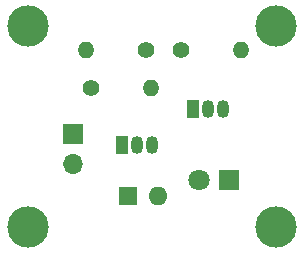
<source format=gbr>
%TF.GenerationSoftware,KiCad,Pcbnew,(5.1.12)-1*%
%TF.CreationDate,2023-08-17T10:50:11+05:30*%
%TF.ProjectId,low battery inductor,6c6f7720-6261-4747-9465-727920696e64,rev?*%
%TF.SameCoordinates,Original*%
%TF.FileFunction,Copper,L1,Top*%
%TF.FilePolarity,Positive*%
%FSLAX46Y46*%
G04 Gerber Fmt 4.6, Leading zero omitted, Abs format (unit mm)*
G04 Created by KiCad (PCBNEW (5.1.12)-1) date 2023-08-17 10:50:11*
%MOMM*%
%LPD*%
G01*
G04 APERTURE LIST*
%TA.AperFunction,ComponentPad*%
%ADD10O,1.700000X1.700000*%
%TD*%
%TA.AperFunction,ComponentPad*%
%ADD11R,1.700000X1.700000*%
%TD*%
%TA.AperFunction,ComponentPad*%
%ADD12O,1.400000X1.400000*%
%TD*%
%TA.AperFunction,ComponentPad*%
%ADD13C,1.400000*%
%TD*%
%TA.AperFunction,ComponentPad*%
%ADD14R,1.050000X1.500000*%
%TD*%
%TA.AperFunction,ComponentPad*%
%ADD15O,1.050000X1.500000*%
%TD*%
%TA.AperFunction,ComponentPad*%
%ADD16C,1.800000*%
%TD*%
%TA.AperFunction,ComponentPad*%
%ADD17R,1.800000X1.800000*%
%TD*%
%TA.AperFunction,ComponentPad*%
%ADD18O,1.600000X1.600000*%
%TD*%
%TA.AperFunction,ComponentPad*%
%ADD19R,1.600000X1.600000*%
%TD*%
%TA.AperFunction,ViaPad*%
%ADD20C,3.500000*%
%TD*%
G04 APERTURE END LIST*
D10*
%TO.P,v1-12v1,2*%
%TO.N,Earth*%
X144825001Y-81665001D03*
D11*
%TO.P,v1-12v1,1*%
%TO.N,Net-(R1-Pad1)*%
X144825001Y-79125001D03*
%TD*%
D12*
%TO.P,R3,2*%
%TO.N,Net-(D2-Pad2)*%
X159080000Y-72000000D03*
D13*
%TO.P,R3,1*%
%TO.N,Net-(R1-Pad1)*%
X154000000Y-72000000D03*
%TD*%
D12*
%TO.P,R2,2*%
%TO.N,Net-(Q2-Pad2)*%
X151450000Y-75225001D03*
D13*
%TO.P,R2,1*%
%TO.N,Net-(Q1-Pad1)*%
X146370000Y-75225001D03*
%TD*%
D12*
%TO.P,R1,2*%
%TO.N,Net-(Q1-Pad3)*%
X145920000Y-72000000D03*
D13*
%TO.P,R1,1*%
%TO.N,Net-(R1-Pad1)*%
X151000000Y-72000000D03*
%TD*%
D14*
%TO.P,Q2,1*%
%TO.N,Net-(D2-Pad2)*%
X155000000Y-77000000D03*
D15*
%TO.P,Q2,3*%
%TO.N,Earth*%
X157540000Y-77000000D03*
%TO.P,Q2,2*%
%TO.N,Net-(Q2-Pad2)*%
X156270000Y-77000000D03*
%TD*%
D14*
%TO.P,Q1,1*%
%TO.N,Net-(Q1-Pad1)*%
X149000000Y-80000000D03*
D15*
%TO.P,Q1,3*%
%TO.N,Net-(Q1-Pad3)*%
X151540000Y-80000000D03*
%TO.P,Q1,2*%
%TO.N,Net-(D1-Pad1)*%
X150270000Y-80000000D03*
%TD*%
D16*
%TO.P,D2,2*%
%TO.N,Net-(D2-Pad2)*%
X155460000Y-83000000D03*
D17*
%TO.P,D2,1*%
%TO.N,Earth*%
X158000000Y-83000000D03*
%TD*%
D18*
%TO.P,D1,2*%
%TO.N,Earth*%
X152000000Y-84325000D03*
D19*
%TO.P,D1,1*%
%TO.N,Net-(D1-Pad1)*%
X149460000Y-84325000D03*
%TD*%
D20*
%TO.N,*%
X141000000Y-70000000D03*
X162000000Y-70000000D03*
X141000000Y-87000000D03*
X162000000Y-87000000D03*
%TD*%
M02*

</source>
